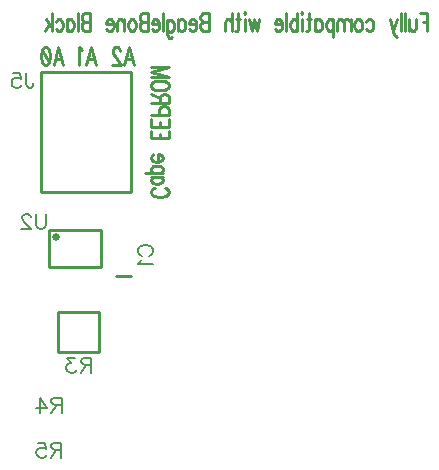
<source format=gbo>
G04 DipTrace 2.3.1.0*
%INbbblp30.GBO*%
%MOMM*%
%ADD10C,0.25*%
%ADD22O,0.635X0.635*%
%ADD52C,0.196*%
%ADD53C,0.235*%
%FSLAX53Y53*%
G04*
G71*
G90*
G75*
G01*
%LNBotSilk*%
%LPD*%
X47148Y34442D2*
D10*
X51593D1*
Y37616D1*
X47148D1*
Y34442D1*
D22*
X47782Y36981D3*
X52848Y33714D2*
D10*
X54147D1*
X46512Y40791D2*
X54133D1*
Y50951D1*
X46512D1*
Y40791D1*
X51434Y27298D2*
X47941D1*
Y30631D1*
X51434D1*
Y27298D1*
X46924Y38956D2*
D52*
Y38045D1*
X46864Y37863D1*
X46742Y37742D1*
X46559Y37680D1*
X46439D1*
X46256Y37742D1*
X46134Y37863D1*
X46074Y38045D1*
Y38956D1*
X45620Y38652D2*
Y38712D1*
X45559Y38834D1*
X45499Y38895D1*
X45377Y38955D1*
X45134D1*
X45013Y38895D1*
X44953Y38834D1*
X44891Y38712D1*
Y38591D1*
X44953Y38469D1*
X45074Y38288D1*
X45681Y37680D1*
X44831D1*
X55001Y35407D2*
X54880Y35467D1*
X54758Y35589D1*
X54698Y35710D1*
Y35953D1*
X54758Y36075D1*
X54880Y36196D1*
X55001Y36258D1*
X55183Y36318D1*
X55488D1*
X55669Y36258D1*
X55791Y36196D1*
X55912Y36075D1*
X55974Y35953D1*
Y35710D1*
X55912Y35589D1*
X55791Y35467D1*
X55669Y35407D1*
X54942Y35015D2*
X54880Y34893D1*
X54699Y34710D1*
X55974D1*
X45243Y50906D2*
Y49935D1*
X45303Y49752D1*
X45365Y49692D1*
X45485Y49630D1*
X45608D1*
X45728Y49692D1*
X45789Y49752D1*
X45850Y49935D1*
Y50056D1*
X44122Y50905D2*
X44728D1*
X44789Y50359D1*
X44728Y50419D1*
X44546Y50481D1*
X44365D1*
X44182Y50419D1*
X44060Y50299D1*
X44000Y50116D1*
Y49995D1*
X44060Y49813D1*
X44182Y49691D1*
X44365Y49630D1*
X44546D1*
X44728Y49691D1*
X44789Y49752D1*
X44850Y49873D1*
X50734Y26169D2*
X50188D1*
X50006Y26230D1*
X49944Y26291D1*
X49884Y26411D1*
Y26534D1*
X49944Y26654D1*
X50006Y26716D1*
X50188Y26776D1*
X50734D1*
Y25500D1*
X50309Y26169D2*
X49884Y25500D1*
X49369Y26775D2*
X48702D1*
X49066Y26289D1*
X48884D1*
X48763Y26229D1*
X48702Y26169D1*
X48641Y25986D1*
Y25865D1*
X48702Y25683D1*
X48823Y25561D1*
X49006Y25500D1*
X49188D1*
X49369Y25561D1*
X49430Y25622D1*
X49491Y25743D1*
X48227Y22791D2*
X47681D1*
X47498Y22853D1*
X47437Y22913D1*
X47376Y23034D1*
Y23156D1*
X47437Y23277D1*
X47498Y23339D1*
X47681Y23399D1*
X48227D1*
Y22123D1*
X47802Y22791D2*
X47376Y22123D1*
X46376D2*
Y23397D1*
X46984Y22548D1*
X46073D1*
X48197Y18981D2*
X47651D1*
X47468Y19043D1*
X47406Y19103D1*
X47346Y19224D1*
Y19346D1*
X47406Y19467D1*
X47468Y19529D1*
X47651Y19589D1*
X48197D1*
Y18313D1*
X47771Y18981D2*
X47346Y18313D1*
X46225Y19587D2*
X46832D1*
X46892Y19041D1*
X46832Y19102D1*
X46649Y19164D1*
X46468D1*
X46286Y19102D1*
X46164Y18981D1*
X46103Y18799D1*
Y18678D1*
X46164Y18495D1*
X46286Y18373D1*
X46468Y18313D1*
X46649D1*
X46832Y18373D1*
X46892Y18435D1*
X46954Y18556D1*
X78538Y55950D2*
D53*
X79202D1*
Y54418D1*
Y55220D2*
X78794D1*
X78209Y55439D2*
Y54710D1*
X78158Y54493D1*
X78055Y54418D1*
X77902D1*
X77801Y54493D1*
X77647Y54710D1*
Y55439D2*
Y54418D1*
X77318Y55950D2*
Y54418D1*
X76989Y55950D2*
Y54418D1*
X76607Y55439D2*
X76302Y54418D1*
X76403Y54127D1*
X76506Y53980D1*
X76607Y53908D1*
X76659D1*
X75995Y55439D2*
X76302Y54418D1*
X74016Y55220D2*
X74118Y55367D1*
X74221Y55439D1*
X74373D1*
X74476Y55367D1*
X74577Y55220D1*
X74629Y55001D1*
Y54856D1*
X74577Y54637D1*
X74476Y54493D1*
X74373Y54418D1*
X74221D1*
X74118Y54493D1*
X74016Y54637D1*
X73432Y55439D2*
X73533Y55367D1*
X73636Y55220D1*
X73686Y55001D1*
Y54856D1*
X73636Y54637D1*
X73533Y54493D1*
X73432Y54418D1*
X73278D1*
X73176Y54493D1*
X73074Y54637D1*
X73022Y54856D1*
Y55001D1*
X73074Y55220D1*
X73176Y55367D1*
X73278Y55439D1*
X73432D1*
X72693D2*
Y54418D1*
Y55148D2*
X72540Y55367D1*
X72437Y55439D1*
X72285D1*
X72182Y55367D1*
X72132Y55148D1*
Y54418D1*
Y55148D2*
X71978Y55367D1*
X71876Y55439D1*
X71724D1*
X71621Y55367D1*
X71569Y55148D1*
Y54418D1*
X71240Y55439D2*
Y53908D1*
Y55220D2*
X71137Y55365D1*
X71036Y55439D1*
X70882D1*
X70780Y55365D1*
X70678Y55220D1*
X70626Y55001D1*
Y54855D1*
X70678Y54637D1*
X70780Y54491D1*
X70882Y54418D1*
X71036D1*
X71137Y54491D1*
X71240Y54637D1*
X69685Y55439D2*
Y54418D1*
Y55220D2*
X69786Y55367D1*
X69889Y55439D1*
X70041D1*
X70144Y55367D1*
X70245Y55220D1*
X70297Y55001D1*
Y54856D1*
X70245Y54637D1*
X70144Y54493D1*
X70041Y54418D1*
X69889D1*
X69786Y54493D1*
X69685Y54637D1*
X69202Y55950D2*
Y54710D1*
X69152Y54493D1*
X69049Y54418D1*
X68948D1*
X69356Y55439D2*
X68998D1*
X68618Y55950D2*
X68568Y55877D1*
X68516Y55950D1*
X68568Y56024D1*
X68618Y55950D1*
X68568Y55439D2*
Y54418D1*
X68186Y55950D2*
Y54418D1*
Y55220D2*
X68084Y55367D1*
X67982Y55439D1*
X67829D1*
X67727Y55367D1*
X67625Y55220D1*
X67574Y55001D1*
Y54856D1*
X67625Y54637D1*
X67727Y54493D1*
X67829Y54418D1*
X67982D1*
X68084Y54493D1*
X68186Y54637D1*
X67245Y55950D2*
Y54418D1*
X66915Y55001D2*
X66303D1*
Y55148D1*
X66354Y55294D1*
X66405Y55367D1*
X66507Y55439D1*
X66661D1*
X66762Y55367D1*
X66865Y55220D1*
X66915Y55001D1*
Y54856D1*
X66865Y54637D1*
X66762Y54493D1*
X66661Y54418D1*
X66507D1*
X66405Y54493D1*
X66303Y54637D1*
X64937Y55439D2*
X64733Y54418D1*
X64529Y55439D1*
X64325Y54418D1*
X64121Y55439D1*
X63792Y55950D2*
X63741Y55877D1*
X63689Y55950D1*
X63741Y56024D1*
X63792Y55950D1*
X63741Y55439D2*
Y54418D1*
X63206Y55950D2*
Y54710D1*
X63156Y54493D1*
X63053Y54418D1*
X62952D1*
X63360Y55439D2*
X63002D1*
X62622Y55950D2*
Y54418D1*
Y55148D2*
X62469Y55367D1*
X62366Y55439D1*
X62213D1*
X62111Y55367D1*
X62061Y55148D1*
Y54418D1*
X60694Y55950D2*
Y54418D1*
X60235D1*
X60081Y54493D1*
X60031Y54565D1*
X59980Y54710D1*
Y54929D1*
X60031Y55075D1*
X60081Y55148D1*
X60235Y55220D1*
X60081Y55294D1*
X60031Y55367D1*
X59980Y55512D1*
Y55658D1*
X60031Y55803D1*
X60081Y55877D1*
X60235Y55950D1*
X60694D1*
Y55220D2*
X60235D1*
X59650Y55001D2*
X59038D1*
Y55148D1*
X59089Y55294D1*
X59140Y55367D1*
X59242Y55439D1*
X59396D1*
X59497Y55367D1*
X59600Y55220D1*
X59650Y55001D1*
Y54856D1*
X59600Y54637D1*
X59497Y54493D1*
X59396Y54418D1*
X59242D1*
X59140Y54493D1*
X59038Y54637D1*
X58097Y55439D2*
Y54418D1*
Y55220D2*
X58198Y55367D1*
X58301Y55439D1*
X58453D1*
X58556Y55367D1*
X58657Y55220D1*
X58709Y55001D1*
Y54856D1*
X58657Y54637D1*
X58556Y54493D1*
X58453Y54418D1*
X58301D1*
X58198Y54493D1*
X58097Y54637D1*
X57156Y55367D2*
Y54199D1*
X57206Y53982D1*
X57257Y53908D1*
X57360Y53836D1*
X57513D1*
X57614Y53908D1*
X57156Y55148D2*
X57257Y55293D1*
X57360Y55367D1*
X57513D1*
X57614Y55293D1*
X57717Y55148D1*
X57768Y54929D1*
Y54782D1*
X57717Y54565D1*
X57614Y54418D1*
X57513Y54346D1*
X57360D1*
X57257Y54418D1*
X57156Y54565D1*
X56826Y55950D2*
Y54418D1*
X56497Y55001D2*
X55885D1*
Y55148D1*
X55935Y55294D1*
X55986Y55367D1*
X56089Y55439D1*
X56242D1*
X56343Y55367D1*
X56446Y55220D1*
X56497Y55001D1*
Y54856D1*
X56446Y54637D1*
X56343Y54493D1*
X56242Y54418D1*
X56089D1*
X55986Y54493D1*
X55885Y54637D1*
X55555Y55950D2*
Y54418D1*
X55095D1*
X54942Y54493D1*
X54891Y54565D1*
X54841Y54710D1*
Y54929D1*
X54891Y55075D1*
X54942Y55148D1*
X55095Y55220D1*
X54942Y55294D1*
X54891Y55367D1*
X54841Y55512D1*
Y55658D1*
X54891Y55803D1*
X54942Y55877D1*
X55095Y55950D1*
X55555D1*
Y55220D2*
X55095D1*
X54257Y55439D2*
X54358Y55367D1*
X54461Y55220D1*
X54511Y55001D1*
Y54856D1*
X54461Y54637D1*
X54358Y54493D1*
X54257Y54418D1*
X54103D1*
X54001Y54493D1*
X53899Y54637D1*
X53847Y54856D1*
Y55001D1*
X53899Y55220D1*
X54001Y55367D1*
X54103Y55439D1*
X54257D1*
X53518D2*
Y54418D1*
Y55148D2*
X53365Y55367D1*
X53262Y55439D1*
X53110D1*
X53007Y55367D1*
X52957Y55148D1*
Y54418D1*
X52627Y55001D2*
X52015D1*
Y55148D1*
X52066Y55294D1*
X52117Y55367D1*
X52219Y55439D1*
X52372D1*
X52474Y55367D1*
X52576Y55220D1*
X52627Y55001D1*
Y54856D1*
X52576Y54637D1*
X52474Y54493D1*
X52372Y54418D1*
X52219D1*
X52117Y54493D1*
X52015Y54637D1*
X50649Y55950D2*
Y54418D1*
X50189D1*
X50036Y54493D1*
X49985Y54565D1*
X49934Y54710D1*
Y54929D1*
X49985Y55075D1*
X50036Y55148D1*
X50189Y55220D1*
X50036Y55294D1*
X49985Y55367D1*
X49934Y55512D1*
Y55658D1*
X49985Y55803D1*
X50036Y55877D1*
X50189Y55950D1*
X50649D1*
Y55220D2*
X50189D1*
X49605Y55950D2*
Y54418D1*
X48663Y55439D2*
Y54418D1*
Y55220D2*
X48765Y55367D1*
X48867Y55439D1*
X49019D1*
X49122Y55367D1*
X49223Y55220D1*
X49275Y55001D1*
Y54856D1*
X49223Y54637D1*
X49122Y54493D1*
X49019Y54418D1*
X48867D1*
X48765Y54493D1*
X48663Y54637D1*
X47721Y55220D2*
X47823Y55367D1*
X47926Y55439D1*
X48078D1*
X48181Y55367D1*
X48282Y55220D1*
X48334Y55001D1*
Y54856D1*
X48282Y54637D1*
X48181Y54493D1*
X48078Y54418D1*
X47926D1*
X47823Y54493D1*
X47721Y54637D1*
X47391Y55950D2*
Y54418D1*
X46881Y55439D2*
X47391Y54710D1*
X47187Y55001D2*
X46830Y54418D1*
X53553Y51561D2*
X53962Y53092D1*
X54370Y51561D1*
X54217Y52071D2*
X53706D1*
X53172Y52727D2*
Y52799D1*
X53121Y52946D1*
X53070Y53018D1*
X52968Y53091D1*
X52764D1*
X52662Y53018D1*
X52612Y52946D1*
X52560Y52799D1*
Y52654D1*
X52612Y52508D1*
X52713Y52290D1*
X53224Y51561D1*
X52509D1*
X50325D2*
X50735Y53092D1*
X51143Y51561D1*
X50989Y52071D2*
X50479D1*
X49996Y52799D2*
X49893Y52873D1*
X49740Y53091D1*
Y51561D1*
X47557D2*
X47966Y53092D1*
X48374Y51561D1*
X48220Y52071D2*
X47710D1*
X46921Y53091D2*
X47074Y53018D1*
X47176Y52799D1*
X47227Y52435D1*
Y52216D1*
X47176Y51852D1*
X47074Y51633D1*
X46921Y51561D1*
X46819D1*
X46666Y51633D1*
X46564Y51852D1*
X46513Y52216D1*
Y52435D1*
X46564Y52799D1*
X46666Y53018D1*
X46819Y53091D1*
X46921D1*
X46564Y52799D2*
X47176Y51852D1*
X56947Y41155D2*
X57091Y41104D1*
X57238Y41001D1*
X57310Y40900D1*
Y40696D1*
X57238Y40593D1*
X57091Y40492D1*
X56947Y40440D1*
X56728Y40389D1*
X56362D1*
X56145Y40440D1*
X55998Y40492D1*
X55853Y40593D1*
X55779Y40696D1*
Y40900D1*
X55853Y41001D1*
X55998Y41104D1*
X56145Y41155D1*
X56800Y42096D2*
X55779D1*
X56581D2*
X56728Y41995D1*
X56800Y41892D1*
Y41740D1*
X56728Y41637D1*
X56581Y41536D1*
X56362Y41484D1*
X56217D1*
X55998Y41536D1*
X55853Y41637D1*
X55779Y41740D1*
Y41892D1*
X55853Y41995D1*
X55998Y42096D1*
X56800Y42425D2*
X55269D1*
X56581D2*
X56726Y42528D1*
X56800Y42629D1*
Y42783D1*
X56726Y42885D1*
X56581Y42987D1*
X56362Y43039D1*
X56215D1*
X55998Y42987D1*
X55852Y42885D1*
X55779Y42783D1*
Y42629D1*
X55852Y42528D1*
X55998Y42425D1*
X56362Y43368D2*
Y43980D1*
X56509D1*
X56655Y43929D1*
X56728Y43879D1*
X56800Y43776D1*
Y43623D1*
X56728Y43521D1*
X56581Y43419D1*
X56362Y43368D1*
X56217D1*
X55998Y43419D1*
X55853Y43521D1*
X55779Y43623D1*
Y43776D1*
X55853Y43879D1*
X55998Y43980D1*
X57310Y46009D2*
Y45346D1*
X55779D1*
Y46009D1*
X56581Y45346D2*
Y45754D1*
X57310Y47001D2*
Y46339D1*
X55779D1*
Y47001D1*
X56581Y46339D2*
Y46747D1*
X56509Y47331D2*
Y47791D1*
X56581Y47943D1*
X56655Y47995D1*
X56800Y48045D1*
X57019D1*
X57164Y47995D1*
X57238Y47943D1*
X57310Y47791D1*
Y47331D1*
X55779D1*
X56581Y48375D2*
Y48833D1*
X56655Y48987D1*
X56728Y49039D1*
X56872Y49089D1*
X57019D1*
X57164Y49039D1*
X57238Y48987D1*
X57310Y48833D1*
Y48375D1*
X55779D1*
X56581Y48732D2*
X55779Y49089D1*
X57310Y49725D2*
X57238Y49623D1*
X57091Y49521D1*
X56947Y49469D1*
X56728Y49419D1*
X56362D1*
X56145Y49469D1*
X55998Y49521D1*
X55853Y49623D1*
X55779Y49725D1*
Y49929D1*
X55853Y50031D1*
X55998Y50133D1*
X56145Y50184D1*
X56362Y50235D1*
X56728D1*
X56947Y50184D1*
X57091Y50133D1*
X57238Y50031D1*
X57310Y49929D1*
Y49725D1*
X55779Y51380D2*
X57310D1*
X55779Y50972D1*
X57310Y50564D1*
X55779D1*
M02*

</source>
